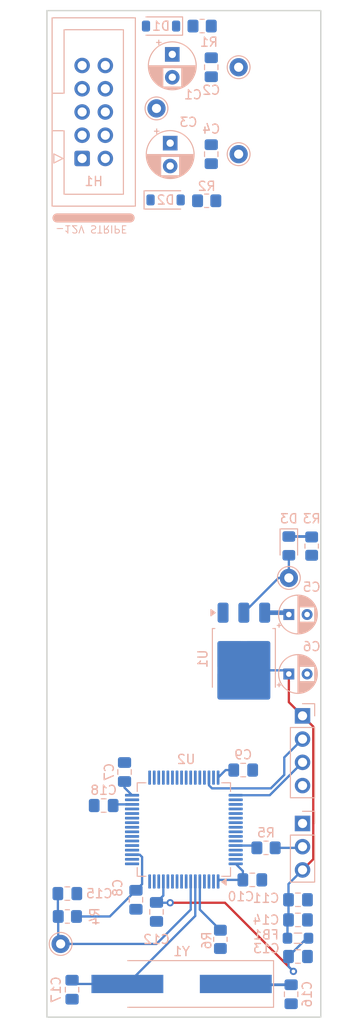
<source format=kicad_pcb>
(kicad_pcb (version 20240108) (generator "pcbnew") (generator_version "8.0")
  (layers (0 "F.Cu" signal) (31 "B.Cu" signal) (34 "B.Paste" user) (35 "F.Paste" user) (36 "B.SilkS" user "B.Silkscreen") (37 "F.SilkS" user "F.Silkscreen") (38 "B.Mask" user) (39 "F.Mask" user) (44 "Edge.Cuts" user))
  (net 0 "")
  (net 1 "+12V")
  (net 2 "GNDREF")
  (net 3 "-12V")
  (net 4 "+3.3V")
  (net 5 "+3.3VA")
  (net 6 "Net-(D3-K)")
  (net 7 "/stm32F411/NRST")
  (net 8 "Net-(C16-Pad1)")
  (net 9 "/stm32F411/HSC_OUT")
  (net 10 "/stm32F411/VCap")
  (net 11 "Net-(D1-A)")
  (net 12 "Net-(D1-K)")
  (net 13 "Net-(D2-A)")
  (net 14 "Net-(D2-K)")
  (net 15 "/stm32F411/BOOT0")
  (net 16 "/stm32F411/SWD_CLK")
  (net 17 "/stm32F411/SWD_IO")
  (net 18 "/stm32F411/BOOT0_MCU")
  (net 19 "/stm32F411/HSC_IN")
  (footprint "Capacitor_SMD:C_0805_2012Metric_Pad1.18x1.45mm_HandSolder" (layer "B.Cu") (at 127.5 177.875 180)
    (property "Reference" "C14" (at 3.5 0 0) (layer "B.SilkS") (effects (justify mirror)))
    (property "Value" "1uF")
    (pad "1" smd roundrect (at -1.0375 0 180) (size 1.175 1.45) (layers "B.Cu" "B.Paste" "B.Mask") (roundrect_rratio 0.212766) (net 2 "GNDREF"))
    (pad "2" smd roundrect (at 1.0375 0 180) (size 1.175 1.45) (layers "B.Cu" "B.Paste" "B.Mask") (roundrect_rratio 0.212766) (net 4 "+3.3V"))
  )
  (footprint "Capacitor_SMD:C_0805_2012Metric_Pad1.18x1.45mm_HandSolder" (layer "B.Cu") (at 126.75 186 -90)
    (property "Reference" "C16" (at 0 -1.75 90) (layer "B.SilkS") (effects (justify mirror)))
    (property "Value" "10pF")
    (pad "1" smd roundrect (at -1.0375 0 270) (size 1.175 1.45) (layers "B.Cu" "B.Paste" "B.Mask") (roundrect_rratio 0.212766) (net 8 "Net-(C16-Pad1)"))
    (pad "2" smd roundrect (at 1.0375 0 270) (size 1.175 1.45) (layers "B.Cu" "B.Paste" "B.Mask") (roundrect_rratio 0.212766) (net 2 "GNDREF"))
  )
  (footprint "Synth:IDC-Header_2x05_P2.54mm_Vertical" (layer "B.Cu") (at 103.855 94.66)
    (property "Reference" "H1" (at 1.27 2.5 360) (layer "B.SilkS") (effects (justify mirror)))
    (property "Value" "Conn_02x05_PWR_Eurorack")
    (fp_text user "-12V STRIPE" (at -3 7.25 180) (layer "B.SilkS") (effects (font (size 0.8 0.8) (thickness 0.1)) (justify left bottom mirror)))
    (pad "1" thru_hole roundrect (at 0 0) (size 1.7 1.7) (drill 1) (layers "*.Cu" "*.Mask") (roundrect_rratio 0.147059) (net 14 "Net-(D2-K)"))
    (pad "2" thru_hole circle (at 2.54 0) (size 1.7 1.7) (drill 1) (layers "*.Cu" "*.Mask") (net 14 "Net-(D2-K)"))
    (pad "3" thru_hole circle (at 0 -2.54) (size 1.7 1.7) (drill 1) (layers "*.Cu" "*.Mask") (net 2 "GNDREF"))
    (pad "4" thru_hole circle (at 2.54 -2.54) (size 1.7 1.7) (drill 1) (layers "*.Cu" "*.Mask") (net 2 "GNDREF"))
    (pad "5" thru_hole circle (at 0 -5.08) (size 1.7 1.7) (drill 1) (layers "*.Cu" "*.Mask") (net 2 "GNDREF"))
    (pad "6" thru_hole circle (at 2.54 -5.08) (size 1.7 1.7) (drill 1) (layers "*.Cu" "*.Mask") (net 2 "GNDREF"))
    (pad "7" thru_hole circle (at 0 -7.62) (size 1.7 1.7) (drill 1) (layers "*.Cu" "*.Mask") (net 2 "GNDREF"))
    (pad "8" thru_hole circle (at 2.54 -7.62) (size 1.7 1.7) (drill 1) (layers "*.Cu" "*.Mask") (net 2 "GNDREF"))
    (pad "9" thru_hole circle (at 0 -10.16) (size 1.7 1.7) (drill 1) (layers "*.Cu" "*.Mask") (net 11 "Net-(D1-A)"))
    (pad "10" thru_hole circle (at 2.54 -10.16) (size 1.7 1.7) (drill 1) (layers "*.Cu" "*.Mask") (net 11 "Net-(D1-A)"))
  )
  (footprint "Connector_Pin:Pin_D1.0mm_L10.0mm" (layer "B.Cu") (at 126.5 140.5)
    (property "Reference" "TP1" (hide yes))
    (property "Value" "+3.3V")
    (pad "1" thru_hole circle (at 0 0) (size 2 2) (drill 1) (layers "*.Cu" "*.Mask") (net 4 "+3.3V"))
  )
  (footprint "Capacitor_SMD:C_0805_2012Metric_Pad1.18x1.45mm_HandSolder" (layer "B.Cu") (at 122.5 173.5 180)
    (property "Reference" "C10" (at 1.25 -1.825 0) (layer "B.SilkS") (effects (justify mirror)))
    (property "Value" "100nF")
    (pad "1" smd roundrect (at -1.0375 0 180) (size 1.175 1.45) (layers "B.Cu" "B.Paste" "B.Mask") (roundrect_rratio 0.212766) (net 2 "GNDREF"))
    (pad "2" smd roundrect (at 1.0375 0 180) (size 1.175 1.45) (layers "B.Cu" "B.Paste" "B.Mask") (roundrect_rratio 0.212766) (net 4 "+3.3V"))
  )
  (footprint "Capacitor_SMD:C_0805_2012Metric_Pad1.18x1.45mm_HandSolder" (layer "B.Cu") (at 106.2125 165.375 180)
    (property "Reference" "C18" (at 0 1.68 0) (layer "B.SilkS") (effects (justify mirror)))
    (property "Value" "2.2uF")
    (pad "1" smd roundrect (at -1.0375 0 180) (size 1.175 1.45) (layers "B.Cu" "B.Paste" "B.Mask") (roundrect_rratio 0.212766) (net 10 "/stm32F411/VCap"))
    (pad "2" smd roundrect (at 1.0375 0 180) (size 1.175 1.45) (layers "B.Cu" "B.Paste" "B.Mask") (roundrect_rratio 0.212766) (net 2 "GNDREF"))
  )
  (footprint "Capacitor_SMD:C_0805_2012Metric_Pad1.18x1.45mm_HandSolder" (layer "B.Cu") (at 127.5 181.875 180)
    (property "Reference" "C13" (at 3.4625 0.875 0) (layer "B.SilkS") (effects (justify mirror)))
    (property "Value" "1uF")
    (pad "1" smd roundrect (at -1.0375 0 180) (size 1.175 1.45) (layers "B.Cu" "B.Paste" "B.Mask") (roundrect_rratio 0.212766) (net 2 "GNDREF"))
    (pad "2" smd roundrect (at 1.0375 0 180) (size 1.175 1.45) (layers "B.Cu" "B.Paste" "B.Mask") (roundrect_rratio 0.212766) (net 5 "+3.3VA"))
  )
  (footprint "LED_SMD:LED_0805_2012Metric_Pad1.15x1.40mm_HandSolder" (layer "B.Cu") (at 126.5 137 -90)
    (property "Reference" "D3" (at -2.975 0 360) (layer "B.SilkS") (effects (justify mirror)))
    (property "Value" "LED")
    (pad "1" smd roundrect (at -1.025 0 270) (size 1.15 1.4) (layers "B.Cu" "B.Paste" "B.Mask") (roundrect_rratio 0.217391) (net 6 "Net-(D3-K)"))
    (pad "2" smd roundrect (at 1.025 0 270) (size 1.15 1.4) (layers "B.Cu" "B.Paste" "B.Mask") (roundrect_rratio 0.217391) (net 4 "+3.3V"))
  )
  (footprint "Resistor_SMD:R_0805_2012Metric_Pad1.20x1.40mm_HandSolder" (layer "B.Cu") (at 129 137.025 90)
    (property "Reference" "R3" (at 3 0 360) (layer "B.SilkS") (effects (justify mirror)))
    (property "Value" "2K")
    (pad "1" smd roundrect (at -1 0 90) (size 1.2 1.4) (layers "B.Cu" "B.Paste" "B.Mask") (roundrect_rratio 0.208333) (net 2 "GNDREF"))
    (pad "2" smd roundrect (at 1 0 90) (size 1.2 1.4) (layers "B.Cu" "B.Paste" "B.Mask") (roundrect_rratio 0.208333) (net 6 "Net-(D3-K)"))
  )
  (footprint "Capacitor_THT:CP_Radial_D4.0mm_P2.00mm" (layer "B.Cu") (at 126.5 144.5)
    (property "Reference" "C5" (at 2.5 -3 360) (layer "B.SilkS") (effects (justify mirror)))
    (property "Value" "10uF")
    (pad "1" thru_hole rect (at 0 0) (size 1.2 1.2) (drill 0.6) (layers "*.Cu" "*.Mask") (net 1 "+12V"))
    (pad "2" thru_hole circle (at 2 0) (size 1.2 1.2) (drill 0.6) (layers "*.Cu" "*.Mask") (net 2 "GNDREF"))
  )
  (footprint "Capacitor_SMD:C_0805_2012Metric_Pad1.18x1.45mm_HandSolder" (layer "B.Cu") (at 118 94.19 -90)
    (property "Reference" "C4" (at -2.75 0 360) (layer "B.SilkS") (effects (justify mirror)))
    (property "Value" "0.1uF")
    (pad "1" smd roundrect (at -1.0375 0 270) (size 1.175 1.45) (layers "B.Cu" "B.Paste" "B.Mask") (roundrect_rratio 0.212766) (net 2 "GNDREF"))
    (pad "2" smd roundrect (at 1.0375 0 270) (size 1.175 1.45) (layers "B.Cu" "B.Paste" "B.Mask") (roundrect_rratio 0.212766) (net 3 "-12V"))
  )
  (footprint "Crystal:Crystal_SMD_HC49-SD_HandSoldering" (layer "B.Cu") (at 114.75 184.875 180)
    (property "Reference" "Y1" (at 0 3.55 0) (layer "B.SilkS") (effects (justify mirror)))
    (property "Value" "20MHZ")
    (pad "1" smd rect (at -5.9375 0 180) (size 7.875 2) (layers "B.Cu" "B.Paste" "B.Mask") (net 8 "Net-(C16-Pad1)"))
    (pad "2" smd rect (at 5.9375 0 180) (size 7.875 2) (layers "B.Cu" "B.Paste" "B.Mask") (net 9 "/stm32F411/HSC_OUT"))
  )
  (footprint "Resistor_SMD:R_0805_2012Metric_Pad1.20x1.40mm_HandSolder" (layer "B.Cu") (at 117 80.19)
    (property "Reference" "R1" (at 0.75 1.75 360) (layer "B.SilkS") (effects (justify mirror)))
    (property "Value" "10R")
    (pad "1" smd roundrect (at -1 0) (size 1.2 1.4) (layers "B.Cu" "B.Paste" "B.Mask") (roundrect_rratio 0.208333) (net 12 "Net-(D1-K)"))
    (pad "2" smd roundrect (at 1 0) (size 1.2 1.4) (layers "B.Cu" "B.Paste" "B.Mask") (roundrect_rratio 0.208333) (net 1 "+12V"))
  )
  (footprint "Package_QFP:LQFP-64_10x10mm_P0.5mm" (layer "B.Cu") (at 115 168 90)
    (property "Reference" "U2" (at 7.675 0.25 180) (layer "B.SilkS") (effects (justify mirror)))
    (property "Value" "STM32F411RETx")
    (pad "1" smd roundrect (at -5.675 3.75 90) (size 1.55 0.3) (layers "B.Cu" "B.Paste" "B.Mask") (net 4 "+3.3V"))
    (pad "2" smd roundrect (at -5.675 3.25 90) (size 1.55 0.3) (layers "B.Cu" "B.Paste" "B.Mask"))
    (pad "3" smd roundrect (at -5.675 2.75 90) (size 1.55 0.3) (layers "B.Cu" "B.Paste" "B.Mask"))
    (pad "4" smd roundrect (at -5.675 2.25 90) (size 1.55 0.3) (layers "B.Cu" "B.Paste" "B.Mask"))
    (pad "5" smd roundrect (at -5.675 1.75 90) (size 1.55 0.3) (layers "B.Cu" "B.Paste" "B.Mask") (net 19 "/stm32F411/HSC_IN"))
    (pad "6" smd roundrect (at -5.675 1.25 90) (size 1.55 0.3) (layers "B.Cu" "B.Paste" "B.Mask") (net 9 "/stm32F411/HSC_OUT"))
    (pad "7" smd roundrect (at -5.675 0.75 90) (size 1.55 0.3) (layers "B.Cu" "B.Paste" "B.Mask") (net 7 "/stm32F411/NRST"))
    (pad "8" smd roundrect (at -5.675 0.25 90) (size 1.55 0.3) (layers "B.Cu" "B.Paste" "B.Mask"))
    (pad "9" smd roundrect (at -5.675 -0.25 90) (size 1.55 0.3) (layers "B.Cu" "B.Paste" "B.Mask"))
    (pad "10" smd roundrect (at -5.675 -0.75 90) (size 1.55 0.3) (layers "B.Cu" "B.Paste" "B.Mask"))
    (pad "11" smd roundrect (at -5.675 -1.25 90) (size 1.55 0.3) (layers "B.Cu" "B.Paste" "B.Mask"))
    (pad "12" smd roundrect (at -5.675 -1.75 90) (size 1.55 0.3) (layers "B.Cu" "B.Paste" "B.Mask") (net 2 "GNDREF"))
    (pad "13" smd roundrect (at -5.675 -2.25 90) (size 1.55 0.3) (layers "B.Cu" "B.Paste" "B.Mask") (net 5 "+3.3VA"))
    (pad "14" smd roundrect (at -5.675 -2.75 90) (size 1.55 0.3) (layers "B.Cu" "B.Paste" "B.Mask"))
    (pad "15" smd roundrect (at -5.675 -3.25 90) (size 1.55 0.3) (layers "B.Cu" "B.Paste" "B.Mask"))
    (pad "16" smd roundrect (at -5.675 -3.75 90) (size 1.55 0.3) (layers "B.Cu" "B.Paste" "B.Mask"))
    (pad "17" smd roundrect (at -3.75 -5.675 90) (size 0.3 1.55) (layers "B.Cu" "B.Paste" "B.Mask"))
    (pad "18" smd roundrect (at -3.25 -5.675 90) (size 0.3 1.55) (layers "B.Cu" "B.Paste" "B.Mask") (net 2 "GNDREF"))
    (pad "19" smd roundrect (at -2.75 -5.675 90) (size 0.3 1.55) (layers "B.Cu" "B.Paste" "B.Mask") (net 4 "+3.3V"))
    (pad "20" smd roundrect (at -2.25 -5.675 90) (size 0.3 1.55) (layers "B.Cu" "B.Paste" "B.Mask"))
    (pad "21" smd roundrect (at -1.75 -5.675 90) (size 0.3 1.55) (layers "B.Cu" "B.Paste" "B.Mask"))
    (pad "22" smd roundrect (at -1.25 -5.675 90) (size 0.3 1.55) (layers "B.Cu" "B.Paste" "B.Mask"))
    (pad "23" smd roundrect (at -0.75 -5.675 90) (size 0.3 1.55) (layers "B.Cu" "B.Paste" "B.Mask"))
    (pad "24" smd roundrect (at -0.25 -5.675 90) (size 0.3 1.55) (layers "B.Cu" "B.Paste" "B.Mask"))
    (pad "25" smd roundrect (at 0.25 -5.675 90) (size 0.3 1.55) (layers "B.Cu" "B.Paste" "B.Mask"))
    (pad "26" smd roundrect (at 0.75 -5.675 90) (size 0.3 1.55) (layers "B.Cu" "B.Paste" "B.Mask"))
    (pad "27" smd roundrect (at 1.25 -5.675 90) (size 0.3 1.55) (layers "B.Cu" "B.Paste" "B.Mask"))
    (pad "28" smd roundrect (at 1.75 -5.675 90) (size 0.3 1.55) (layers "B.Cu" "B.Paste" "B.Mask"))
    (pad "29" smd roundrect (at 2.25 -5.675 90) (size 0.3 1.55) (layers "B.Cu" "B.Paste" "B.Mask"))
    (pad "30" smd roundrect (at 2.75 -5.675 90) (size 0.3 1.55) (layers "B.Cu" "B.Paste" "B.Mask") (net 10 "/stm32F411/VCap"))
    (pad "31" smd roundrect (at 3.25 -5.675 90) (size 0.3 1.55) (layers "B.Cu" "B.Paste" "B.Mask") (net 2 "GNDREF"))
    (pad "32" smd roundrect (at 3.75 -5.675 90) (size 0.3 1.55) (layers "B.Cu" "B.Paste" "B.Mask") (net 4 "+3.3V"))
    (pad "33" smd roundrect (at 5.675 -3.75 90) (size 1.55 0.3) (layers "B.Cu" "B.Paste" "B.Mask"))
    (pad "34" smd roundrect (at 5.675 -3.25 90) (size 1.55 0.3) (layers "B.Cu" "B.Paste" "B.Mask"))
    (pad "35" smd roundrect (at 5.675 -2.75 90) (size 1.55 0.3) (layers "B.Cu" "B.Paste" "B.Mask"))
    (pad "36" smd roundrect (at 5.675 -2.25 90) (size 1.55 0.3) (layers "B.Cu" "B.Paste" "B.Mask"))
    (pad "37" smd roundrect (at 5.675 -1.75 90) (size 1.55 0.3) (layers "B.Cu" "B.Paste" "B.Mask"))
    (pad "38" smd roundrect (at 5.675 -1.25 90) (size 1.55 0.3) (layers "B.Cu" "B.Paste" "B.Mask"))
    (pad "39" smd roundrect (at 5.675 -0.75 90) (size 1.55 0.3) (layers "B.Cu" "B.Paste" "B.Mask"))
    (pad "40" smd roundrect (at 5.675 -0.25 90) (size 1.55 0.3) (layers "B.Cu" "B.Paste" "B.Mask"))
    (pad "41" smd roundrect (at 5.675 0.25 90) (size 1.55 0.3) (layers "B.Cu" "B.Paste" "B.Mask"))
    (pad "42" smd roundrect (at 5.675 0.75 90) (size 1.55 0.3) (layers "B.Cu" "B.Paste" "B.Mask"))
    (pad "43" smd roundrect (at 5.675 1.25 90) (size 1.55 0.3) (layers "B.Cu" "B.Paste" "B.Mask"))
    (pad "44" smd roundrect (at 5.675 1.75 90) (size 1.55 0.3) (layers "B.Cu" "B.Paste" "B.Mask"))
    (pad "45" smd roundrect (at 5.675 2.25 90) (size 1.55 0.3) (layers "B.Cu" "B.Paste" "B.Mask"))
    (pad "46" smd roundrect (at 5.675 2.75 90) (size 1.55 0.3) (layers "B.Cu" "B.Paste" "B.Mask") (net 17 "/stm32F411/SWD_IO"))
    (pad "47" smd roundrect (at 5.675 3.25 90) (size 1.55 0.3) (layers "B.Cu" "B.Paste" "B.Mask") (net 2 "GNDREF"))
    (pad "48" smd roundrect (at 5.675 3.75 90) (size 1.55 0.3) (layers "B.Cu" "B.Paste" "B.Mask") (net 4 "+3.3V"))
    (pad "49" smd roundrect (at 3.75 5.675 90) (size 0.3 1.55) (layers "B.Cu" "B.Paste" "B.Mask") (net 16 "/stm32F411/SWD_CLK"))
    (pad "50" smd roundrect (at 3.25 5.675 90) (size 0.3 1.55) (layers "B.Cu" "B.Paste" "B.Mask"))
    (pad "51" smd roundrect (at 2.75 5.675 90) (size 0.3 1.55) (layers "B.Cu" "B.Paste" "B.Mask"))
    (pad "52" smd roundrect (at 2.25 5.675 90) (size 0.3 1.55) (layers "B.Cu" "B.Paste" "B.Mask"))
    (pad "53" smd roundrect (at 1.75 5.675 90) (size 0.3 1.55) (layers "B.Cu" "B.Paste" "B.Mask"))
    (pad "54" smd roundrect (at 1.25 5.675 90) (size 0.3 1.55) (layers "B.Cu" "B.Paste" "B.Mask"))
    (pad "55" smd roundrect (at 0.75 5.675 90) (size 0.3 1.55) (layers "B.Cu" "B.Paste" "B.Mask"))
    (pad "56" smd roundrect (at 0.25 5.675 90) (size 0.3 1.55) (layers "B.Cu" "B.Paste" "B.Mask"))
    (pad "57" smd roundrect (at -0.25 5.675 90) (size 0.3 1.55) (layers "B.Cu" "B.Paste" "B.Mask"))
    (pad "58" smd roundrect (at -0.75 5.675 90) (size 0.3 1.55) (layers "B.Cu" "B.Paste" "B.Mask"))
    (pad "59" smd roundrect (at -1.25 5.675 90) (size 0.3 1.55) (layers "B.Cu" "B.Paste" "B.Mask"))
    (pad "60" smd roundrect (at -1.75 5.675 90) (size 0.3 1.55) (layers "B.Cu" "B.Paste" "B.Mask") (net 18 "/stm32F411/BOOT0_MCU"))
    (pad "61" smd roundrect (at -2.25 5.675 90) (size 0.3 1.55) (layers "B.Cu" "B.Paste" "B.Mask"))
    (pad "62" smd roundrect (at -2.75 5.675 90) (size 0.3 1.55) (layers "B.Cu" "B.Paste" "B.Mask"))
    (pad "63" smd roundrect (at -3.25 5.675 90) (size 0.3 1.55) (layers "B.Cu" "B.Paste" "B.Mask") (net 2 "GNDREF"))
    (pad "64" smd roundrect (at -3.75 5.675 90) (size 0.3 1.55) (layers "B.Cu" "B.Paste" "B.Mask") (net 4 "+3.3V"))
  )
  (footprint "Connector_Pin:Pin_D1.0mm_L10.0mm" (layer "B.Cu") (at 101.5 180.5 90)
    (property "Reference" "TP5" (hide yes))
    (property "Value" "NSRT")
    (pad "1" thru_hole circle (at 0 0 90) (size 2 2) (drill 1) (layers "*.Cu" "*.Mask") (net 7 "/stm32F411/NRST"))
  )
  (footprint "Connector_Pin:Pin_D1.0mm_L10.0mm" (layer "B.Cu") (at 121 94.19)
    (property "Reference" "TP4" (hide yes))
    (property "Value" "-12V")
    (pad "1" thru_hole circle (at 0 0) (size 2 2) (drill 1) (layers "*.Cu" "*.Mask") (net 3 "-12V"))
  )
  (footprint "Capacitor_SMD:C_0805_2012Metric_Pad1.18x1.45mm_HandSolder" (layer "B.Cu") (at 102.75 185.5 -90)
    (property "Reference" "C17" (at 0 1.75 90) (layer "B.SilkS") (effects (justify mirror)))
    (property "Value" "10pF")
    (pad "1" smd roundrect (at -1.0375 0 270) (size 1.175 1.45) (layers "B.Cu" "B.Paste" "B.Mask") (roundrect_rratio 0.212766) (net 9 "/stm32F411/HSC_OUT"))
    (pad "2" smd roundrect (at 1.0375 0 270) (size 1.175 1.45) (layers "B.Cu" "B.Paste" "B.Mask") (roundrect_rratio 0.212766) (net 2 "GNDREF"))
  )
  (footprint "Package_TO_SOT_SMD:TO-252-3_TabPin2" (layer "B.Cu") (at 121.5725 149.34 -90)
    (property "Reference" "U1" (at 0 4.5 90) (layer "B.SilkS") (effects (justify mirror)))
    (property "Value" "LM1117DT-3.3")
    (pad "1" smd roundrect (at -5.04 2.28 270) (size 2.2 1.2) (layers "B.Cu" "B.Paste" "B.Mask") (roundrect_rratio 0.208333) (net 2 "GNDREF"))
    (pad "2" smd roundrect (at -5.04 0 270) (size 2.2 1.2) (layers "B.Cu" "B.Paste" "B.Mask") (roundrect_rratio 0.208333) (net 4 "+3.3V"))
    (pad "2" smd roundrect (at -0.415 -1.525 270) (size 3.05 2.75) (layers "B.Cu" "B.Paste") (roundrect_rratio 0.090909) (net 4 "+3.3V"))
    (pad "2" smd roundrect (at -0.415 1.525 270) (size 3.05 2.75) (layers "B.Cu" "B.Paste") (roundrect_rratio 0.090909) (net 4 "+3.3V"))
    (pad "2" smd roundrect (at 1.26 0 270) (size 6.4 5.8) (layers "B.Cu" "B.Mask") (roundrect_rratio 0.043103) (net 4 "+3.3V"))
    (pad "2" smd roundrect (at 2.935 -1.525 270) (size 3.05 2.75) (layers "B.Cu" "B.Paste") (roundrect_rratio 0.090909) (net 4 "+3.3V"))
    (pad "2" smd roundrect (at 2.935 1.525 270) (size 3.05 2.75) (layers "B.Cu" "B.Paste") (roundrect_rratio 0.090909) (net 4 "+3.3V"))
    (pad "3" smd roundrect (at -5.04 -2.28 270) (size 2.2 1.2) (layers "B.Cu" "B.Paste" "B.Mask") (roundrect_rratio 0.208333) (net 1 "+12V"))
  )
  (footprint "Capacitor_THT:CP_Radial_D5.0mm_P2.50mm" (layer "B.Cu") (at 113.5 92.984887 -90)
    (property "Reference" "C3" (at -2.294887 -2 360) (layer "B.SilkS") (effects (justify mirror)))
    (property "Value" "47uF")
    (pad "1" thru_hole rect (at 0 0 270) (size 1.6 1.6) (drill 0.8) (layers "*.Cu" "*.Mask") (net 2 "GNDREF"))
    (pad "2" thru_hole circle (at 2.5 0 270) (size 1.6 1.6) (drill 0.8) (layers "*.Cu" "*.Mask") (net 3 "-12V"))
  )
  (footprint "Capacitor_THT:CP_Radial_D5.0mm_P2.50mm" (layer "B.Cu") (at 113.73 83.285 -90)
    (property "Reference" "C1" (at 4.405 -2.27 360) (layer "B.SilkS") (effects (justify mirror)))
    (property "Value" "47uF")
    (pad "1" thru_hole rect (at 0 0 270) (size 1.6 1.6) (drill 0.8) (layers "*.Cu" "*.Mask") (net 1 "+12V"))
    (pad "2" thru_hole circle (at 2.5 0 270) (size 1.6 1.6) (drill 0.8) (layers "*.Cu" "*.Mask") (net 2 "GNDREF"))
  )
  (footprint "Capacitor_SMD:C_0805_2012Metric_Pad1.18x1.45mm_HandSolder" (layer "B.Cu") (at 118 84.69 -90)
    (property "Reference" "C2" (at 2.5 0 360) (layer "B.SilkS") (effects (justify mirror)))
    (property "Value" "0.1uF")
    (pad "1" smd roundrect (at -1.0375 0 270) (size 1.175 1.45) (layers "B.Cu" "B.Paste" "B.Mask") (roundrect_rratio 0.212766) (net 1 "+12V"))
    (pad "2" smd roundrect (at 1.0375 0 270) (size 1.175 1.45) (layers "B.Cu" "B.Paste" "B.Mask") (roundrect_rratio 0.212766) (net 2 "GNDREF"))
  )
  (footprint "Diode_SMD:D_SOD-123" (layer "B.Cu") (at 112.5 80.19 180)
    (property "Reference" "D1" (at 0 0 360) (layer "B.SilkS") (effects (justify mirror)))
    (property "Value" "1N5819")
    (pad "1" smd roundrect (at -1.65 0 180) (size 0.9 1.2) (layers "B.Cu" "B.Paste" "B.Mask") (net 12 "Net-(D1-K)"))
    (pad "2" smd roundrect (at 1.65 0 180) (size 0.9 1.2) (layers "B.Cu" "B.Paste" "B.Mask") (net 11 "Net-(D1-A)"))
  )
  (footprint "Resistor_SMD:R_0805_2012Metric_Pad1.20x1.40mm_HandSolder" (layer "B.Cu") (at 117.5 99.285)
    (property "Reference" "R2" (at 0 -1.595 360) (layer "B.SilkS") (effects (justify mirror)))
    (property "Value" "10R")
    (pad "1" smd roundrect (at -1 0) (size 1.2 1.4) (layers "B.Cu" "B.Paste" "B.Mask") (roundrect_rratio 0.208333) (net 13 "Net-(D2-A)"))
    (pad "2" smd roundrect (at 1 0) (size 1.2 1.4) (layers "B.Cu" "B.Paste" "B.Mask") (roundrect_rratio 0.208333) (net 3 "-12V"))
  )
  (footprint "Diode_SMD:D_SOD-123" (layer "B.Cu") (at 113 99.19)
    (property "Reference" "D2" (at 0 0 360) (layer "B.SilkS") (effects (justify mirror)))
    (property "Value" "1N5819")
    (pad "1" smd roundrect (at -1.65 0) (size 0.9 1.2) (layers "B.Cu" "B.Paste" "B.Mask") (net 14 "Net-(D2-K)"))
    (pad "2" smd roundrect (at 1.65 0) (size 0.9 1.2) (layers "B.Cu" "B.Paste" "B.Mask") (net 13 "Net-(D2-A)"))
  )
  (footprint "Capacitor_THT:CP_Radial_D4.0mm_P2.00mm" (layer "B.Cu") (at 126.5 151)
    (property "Reference" "C6" (at 2.5 -3 360) (layer "B.SilkS") (effects (justify mirror)))
    (property "Value" "10uF")
    (pad "1" thru_hole rect (at 0 0) (size 1.2 1.2) (drill 0.6) (layers "*.Cu" "*.Mask") (net 4 "+3.3V"))
    (pad "2" thru_hole circle (at 2 0) (size 1.2 1.2) (drill 0.6) (layers "*.Cu" "*.Mask") (net 2 "GNDREF"))
  )
  (footprint "Capacitor_SMD:C_0805_2012Metric_Pad1.18x1.45mm_HandSolder" (layer "B.Cu") (at 127.5 175.675 180)
    (property "Reference" "C11" (at 3.5 0.175 180) (layer "B.SilkS") (effects (justify mirror)))
    (property "Value" "10uF")
    (pad "1" smd roundrect (at -1.0375 0 180) (size 1.175 1.45) (layers "B.Cu" "B.Paste" "B.Mask") (roundrect_rratio 0.212766) (net 2 "GNDREF"))
    (pad "2" smd roundrect (at 1.0375 0 180) (size 1.175 1.45) (layers "B.Cu" "B.Paste" "B.Mask") (roundrect_rratio 0.212766) (net 4 "+3.3V"))
  )
  (footprint "Inductor_SMD:L_0805_2012Metric_Pad1.05x1.20mm_HandSolder" (layer "B.Cu") (at 127.5 179.875 180)
    (property "Reference" "FB1" (at 3.5 0.375 0) (layer "B.SilkS") (effects (justify mirror)))
    (property "Value" "120R")
    (pad "1" smd roundrect (at -1.15 0 180) (size 1.05 1.2) (layers "B.Cu" "B.Paste" "B.Mask") (roundrect_rratio 0.238095) (net 5 "+3.3VA"))
    (pad "2" smd roundrect (at 1.15 0 180) (size 1.05 1.2) (layers "B.Cu" "B.Paste" "B.Mask") (roundrect_rratio 0.238095) (net 4 "+3.3V"))
  )
  (footprint "Capacitor_SMD:C_0805_2012Metric_Pad1.18x1.45mm_HandSolder" (layer "B.Cu") (at 112 177 90)
    (property "Reference" "C12" (at -3 0 180) (layer "B.SilkS") (effects (justify mirror)))
    (property "Value" "100nF")
    (pad "1" smd roundrect (at -1.0375 0 90) (size 1.175 1.45) (layers "B.Cu" "B.Paste" "B.Mask") (roundrect_rratio 0.212766) (net 2 "GNDREF"))
    (pad "2" smd roundrect (at 1.0375 0 90) (size 1.175 1.45) (layers "B.Cu" "B.Paste" "B.Mask") (roundrect_rratio 0.212766) (net 5 "+3.3VA"))
  )
  (footprint "Resistor_SMD:R_0805_2012Metric_Pad1.20x1.40mm_HandSolder" (layer "B.Cu") (at 102.235 177.5)
    (property "Reference" "R4" (at 3 0 90) (layer "B.SilkS") (effects (justify mirror)))
    (property "Value" "10K")
    (pad "1" smd roundrect (at -1 0) (size 1.2 1.4) (layers "B.Cu" "B.Paste" "B.Mask") (roundrect_rratio 0.208333) (net 7 "/stm32F411/NRST"))
    (pad "2" smd roundrect (at 1 0) (size 1.2 1.4) (layers "B.Cu" "B.Paste" "B.Mask") (roundrect_rratio 0.208333) (net 4 "+3.3V"))
  )
  (footprint "Connector_PinHeader_2.54mm:PinHeader_1x04_P2.54mm_Vertical" (layer "B.Cu") (at 128 155.575 180)
    (property "Reference" "J2" (hide yes))
    (property "Value" "Conn_01x04")
    (pad "1" thru_hole rect (at 0 0 180) (size 1.7 1.7) (drill 1) (layers "*.Cu" "*.Mask") (net 4 "+3.3V"))
    (pad "2" thru_hole oval (at 0 -2.54 180) (size 1.7 1.7) (drill 1) (layers "*.Cu" "*.Mask") (net 17 "/stm32F411/SWD_IO"))
    (pad "3" thru_hole oval (at 0 -5.08 180) (size 1.7 1.7) (drill 1) (layers "*.Cu" "*.Mask") (net 16 "/stm32F411/SWD_CLK"))
    (pad "4" thru_hole oval (at 0 -7.62 180) (size 1.7 1.7) (drill 1) (layers "*.Cu" "*.Mask") (net 2 "GNDREF"))
  )
  (footprint "Capacitor_SMD:C_0805_2012Metric_Pad1.18x1.45mm_HandSolder" (layer "B.Cu") (at 108.5 161.7125 -90)
    (property "Reference" "C7" (at 0 1.68 90) (layer "B.SilkS") (effects (justify mirror)))
    (property "Value" "100nF")
    (pad "1" smd roundrect (at -1.0375 0 270) (size 1.175 1.45) (layers "B.Cu" "B.Paste" "B.Mask") (roundrect_rratio 0.212766) (net 2 "GNDREF"))
    (pad "2" smd roundrect (at 1.0375 0 270) (size 1.175 1.45) (layers "B.Cu" "B.Paste" "B.Mask") (roundrect_rratio 0.212766) (net 4 "+3.3V"))
  )
  (footprint "Capacitor_SMD:C_0805_2012Metric_Pad1.18x1.45mm_HandSolder" (layer "B.Cu") (at 109.75 175.675 90)
    (property "Reference" "C8" (at 1.3 -2 90) (layer "B.SilkS") (effects (justify mirror)))
    (property "Value" "100nF")
    (pad "1" smd roundrect (at -1.0375 0 90) (size 1.175 1.45) (layers "B.Cu" "B.Paste" "B.Mask") (roundrect_rratio 0.212766) (net 2 "GNDREF"))
    (pad "2" smd roundrect (at 1.0375 0 90) (size 1.175 1.45) (layers "B.Cu" "B.Paste" "B.Mask") (roundrect_rratio 0.212766) (net 4 "+3.3V"))
  )
  (footprint "Capacitor_SMD:C_0805_2012Metric_Pad1.18x1.45mm_HandSolder" (layer "B.Cu") (at 121.5 161.5 180)
    (property "Reference" "C9" (at 0 1.68 0) (layer "B.SilkS") (effects (justify mirror)))
    (property "Value" "100nF")
    (pad "1" smd roundrect (at -1.0375 0 180) (size 1.175 1.45) (layers "B.Cu" "B.Paste" "B.Mask") (roundrect_rratio 0.212766) (net 2 "GNDREF"))
    (pad "2" smd roundrect (at 1.0375 0 180) (size 1.175 1.45) (layers "B.Cu" "B.Paste" "B.Mask") (roundrect_rratio 0.212766) (net 4 "+3.3V"))
  )
  (footprint "Connector_Pin:Pin_D1.0mm_L10.0mm" (layer "B.Cu") (at 112 89.19)
    (property "Reference" "TP3" (hide yes))
    (property "Value" "GND")
    (pad "1" thru_hole circle (at 0 0) (size 2 2) (drill 1) (layers "*.Cu" "*.Mask") (net 2 "GNDREF"))
  )
  (footprint "Resistor_SMD:R_0805_2012Metric_Pad1.20x1.40mm_HandSolder" (layer "B.Cu") (at 124 170 180)
    (property "Reference" "R5" (at 0 1.65 0) (layer "B.SilkS") (effects (justify mirror)))
    (property "Value" "10K")
    (pad "1" smd roundrect (at -1 0 180) (size 1.2 1.4) (layers "B.Cu" "B.Paste" "B.Mask") (roundrect_rratio 0.208333) (net 15 "/stm32F411/BOOT0"))
    (pad "2" smd roundrect (at 1 0 180) (size 1.2 1.4) (layers "B.Cu" "B.Paste" "B.Mask") (roundrect_rratio 0.208333) (net 18 "/stm32F411/BOOT0_MCU"))
  )
  (footprint "Connector_PinHeader_2.54mm:PinHeader_1x03_P2.54mm_Vertical" (layer "B.Cu") (at 128 167.335 180)
    (property "Reference" "J1" (hide yes))
    (property "Value" "BOOT_RUN")
    (pad "1" thru_hole rect (at 0 0 180) (size 1.7 1.7) (drill 1) (layers "*.Cu" "*.Mask") (net 2 "GNDREF"))
    (pad "2" thru_hole oval (at 0 -2.54 180) (size 1.7 1.7) (drill 1) (layers "*.Cu" "*.Mask") (net 15 "/stm32F411/BOOT0"))
    (pad "3" thru_hole oval (at 0 -5.08 180) (size 1.7 1.7) (drill 1) (layers "*.Cu" "*.Mask") (net 4 "+3.3V"))
  )
  (footprint "Connector_Pin:Pin_D1.0mm_L10.0mm" (layer "B.Cu") (at 121 84.69)
    (property "Reference" "TP2" (hide yes))
    (property "Value" "+12V")
    (pad "1" thru_hole circle (at 0 0) (size 2 2) (drill 1) (layers "*.Cu" "*.Mask") (net 1 "+12V"))
  )
  (footprint "Resistor_SMD:R_0805_2012Metric_Pad1.20x1.40mm_HandSolder" (layer "B.Cu") (at 119 180 90)
    (property "Reference" "R6" (at -0.125 -1.5 90) (layer "B.SilkS") (effects (justify mirror)))
    (property "Value" "10R")
    (pad "1" smd roundrect (at -1 0 90) (size 1.2 1.4) (layers "B.Cu" "B.Paste" "B.Mask") (roundrect_rratio 0.208333) (net 8 "Net-(C16-Pad1)"))
    (pad "2" smd roundrect (at 1 0 90) (size 1.2 1.4) (layers "B.Cu" "B.Paste" "B.Mask") (roundrect_rratio 0.208333) (net 19 "/stm32F411/HSC_IN"))
  )
  (footprint "Capacitor_SMD:C_0805_2012Metric_Pad1.18x1.45mm_HandSolder" (layer "B.Cu") (at 102.235 175)
    (property "Reference" "C15" (at 3.5 0 0) (layer "B.SilkS") (effects (justify mirror)))
    (property "Value" "100nF")
    (pad "1" smd roundrect (at -1.0375 0) (size 1.175 1.45) (layers "B.Cu" "B.Paste" "B.Mask") (roundrect_rratio 0.212766) (net 7 "/stm32F411/NRST"))
    (pad "2" smd roundrect (at 1.0375 0) (size 1.175 1.45) (layers "B.Cu" "B.Paste" "B.Mask") (roundrect_rratio 0.212766) (net 2 "GNDREF"))
  )
  (gr_rect (start 100 78.5) (end 130 188.5) (stroke (width 0.15)) (fill none) (layer "Edge.Cuts"))
  (segment (start 123.8525 144.3) (end 126.3 144.3) (width 0.5) (layer "B.Cu") (net 1))
  (segment (start 126.3 144.3) (end 126.5 144.5) (width 0.5) (layer "B.Cu") (net 1))
  (segment (start 126.5 151) (end 126.5 154.075) (width 0.25) (layer "F.Cu") (net 4))
  (segment (start 128 155.575) (end 129.175 156.75) (width 0.25) (layer "F.Cu") (net 4))
  (segment (start 129.175 156.75) (end 129.175 171.24) (width 0.25) (layer "F.Cu") (net 4))
  (segment (start 129.175 171.24) (end 128 172.415) (width 0.25) (layer "F.Cu") (net 4))
  (segment (start 126.5 154.075) (end 128 155.575) (width 0.25) (layer "F.Cu") (net 4))
  (segment (start 110.425 171.007236) (end 110.167764 170.75) (width 0.25) (layer "B.Cu") (net 4))
  (segment (start 119.575 161.5) (end 118.75 162.325) (width 0.25) (layer "B.Cu") (net 4))
  (segment (start 125.3725 140.5) (end 126.5 140.5) (width 0.25) (layer "B.Cu") (net 4))
  (segment (start 120.4625 161.5) (end 119.575 161.5) (width 0.25) (layer "B.Cu") (net 4))
  (segment (start 108.5 163.425) (end 109.325 164.25) (width 0.25) (layer "B.Cu") (net 4))
  (segment (start 126.4625 175.675) (end 126.4625 173.9525) (width 0.25) (layer "B.Cu") (net 4))
  (segment (start 126.1 150.6) (end 126.5 151) (width 0.25) (layer "B.Cu") (net 4))
  (segment (start 109.75 174.6375) (end 110.425 173.9625) (width 0.25) (layer "B.Cu") (net 4))
  (segment (start 108.5 162.75) (end 108.5 163.425) (width 0.25) (layer "B.Cu") (net 4))
  (segment (start 121.5725 144.3) (end 125.3725 140.5) (width 0.25) (layer "B.Cu") (net 4))
  (segment (start 126.4625 173.9525) (end 128 172.415) (width 0.25) (layer "B.Cu") (net 4))
  (segment (start 121.4625 172.5375) (end 120.675 171.75) (width 0.25) (layer "B.Cu") (net 4))
  (segment (start 110.425 173.9625) (end 110.425 171.007236) (width 0.25) (layer "B.Cu") (net 4))
  (segment (start 126.35 177.9875) (end 126.4625 177.875) (width 0.25) (layer "B.Cu") (net 4))
  (segment (start 118.925 173.5) (end 121.4625 173.5) (width 0.25) (layer "B.Cu") (net 4))
  (segment (start 126.35 179.875) (end 126.35 177.9875) (width 0.25) (layer "B.Cu") (net 4))
  (segment (start 103.235 177.5) (end 106.8875 177.5) (width 0.25) (layer "B.Cu") (net 4))
  (segment (start 118.75 173.675) (end 118.925 173.5) (width 0.25) (layer "B.Cu") (net 4))
  (segment (start 121.4625 173.5) (end 121.4625 172.5375) (width 0.25) (layer "B.Cu") (net 4))
  (segment (start 126.4625 177.875) (end 126.4625 175.675) (width 0.25) (layer "B.Cu") (net 4))
  (segment (start 121.5725 150.6) (end 126.1 150.6) (width 0.25) (layer "B.Cu") (net 4))
  (segment (start 126.5 138.025) (end 126.5 140.5) (width 0.25) (layer "B.Cu") (net 4))
  (segment (start 110.167764 170.75) (end 109.325 170.75) (width 0.25) (layer "B.Cu") (net 4))
  (segment (start 106.8875 177.5) (end 109.75 174.6375) (width 0.25) (layer "B.Cu") (net 4))
  (segment (start 119.5 176) (end 113.5 176) (width 0.25) (layer "F.Cu") (net 5))
  (segment (start 127 183.5) (end 119.5 176) (width 0.25) (layer "F.Cu") (net 5))
  (via (at 127 183.5) (size 0.8) (drill 0.4) (layers "F.Cu" "B.Cu") (net 5))
  (via (at 113.5 176) (size 0.8) (drill 0.4) (layers "F.Cu" "B.Cu") (net 5))
  (segment (start 126.4625 182.9625) (end 127 183.5) (width 0.25) (layer "B.Cu") (net 5))
  (segment (start 112.75 175.2125) (end 112 175.9625) (width 0.25) (layer "B.Cu") (net 5))
  (segment (start 128.65 179.875) (end 128.4625 179.875) (width 0.25) (layer "B.Cu") (net 5))
  (segment (start 112.0375 176) (end 112 175.9625) (width 0.25) (layer "B.Cu") (net 5))
  (segment (start 113.5 176) (end 112.0375 176) (width 0.25) (layer "B.Cu") (net 5))
  (segment (start 126.4625 181.875) (end 126.4625 182.9625) (width 0.25) (layer "B.Cu") (net 5))
  (segment (start 112.75 173.675) (end 112.75 175.2125) (width 0.25) (layer "B.Cu") (net 5))
  (segment (start 128.4625 179.875) (end 126.4625 181.875) (width 0.25) (layer "B.Cu") (net 5))
  (segment (start 128.95 135.975) (end 129 136.025) (width 0.3) (layer "B.Cu") (net 6))
  (segment (start 126.5 135.975) (end 128.95 135.975) (width 0.3) (layer "B.Cu") (net 6))
  (segment (start 101.235 180.235) (end 101.5 180.5) (width 0.25) (layer "B.Cu") (net 7))
  (segment (start 112 180.5) (end 101.5 180.5) (width 0.25) (layer "B.Cu") (net 7))
  (segment (start 101.235 177.5) (end 101.235 180.235) (width 0.25) (layer "B.Cu") (net 7))
  (segment (start 101.1975 177.4625) (end 101.235 177.5) (width 0.25) (layer "B.Cu") (net 7))
  (segment (start 101.1975 175) (end 101.1975 177.4625) (width 0.25) (layer "B.Cu") (net 7))
  (segment (start 115.75 176.75) (end 112 180.5) (width 0.25) (layer "B.Cu") (net 7))
  (segment (start 115.75 173.675) (end 115.75 176.75) (width 0.25) (layer "B.Cu") (net 7))
  (segment (start 126.75 184.9625) (end 120.775 184.9625) (width 0.3) (layer "B.Cu") (net 8))
  (segment (start 120.775 184.9625) (end 120.6875 184.875) (width 0.3) (layer "B.Cu") (net 8))
  (segment (start 116.25 173.675) (end 116.25 177.4375) (width 0.25) (layer "B.Cu") (net 9))
  (segment (start 108.8125 184.875) (end 103.1625 184.875) (width 0.25) (layer "B.Cu") (net 9))
  (segment (start 103.1625 184.875) (end 102.75 184.4625) (width 0.25) (layer "B.Cu") (net 9))
  (segment (start 116.25 177.4375) (end 108.8125 184.875) (width 0.25) (layer "B.Cu") (net 9))
  (segment (start 107.25 165.375) (end 107.375 165.25) (width 0.25) (layer "B.Cu") (net 10))
  (segment (start 107.375 165.25) (end 109.325 165.25) (width 0.25) (layer "B.Cu") (net 10))
  (segment (start 125 170) (end 127.875 170) (width 0.25) (layer "B.Cu") (net 15))
  (segment (start 127.875 170) (end 128 169.875) (width 0.25) (layer "B.Cu") (net 15))
  (segment (start 124.405 164.25) (end 128 160.655) (width 0.25) (layer "B.Cu") (net 16))
  (segment (start 120.675 164.25) (end 124.405 164.25) (width 0.25) (layer "B.Cu") (net 16))
  (segment (start 118.082236 163.5) (end 124.518604 163.5) (width 0.25) (layer "B.Cu") (net 17))
  (segment (start 126 162.018604) (end 126 160.115) (width 0.25) (layer "B.Cu") (net 17))
  (segment (start 126 160.115) (end 128 158.115) (width 0.25) (layer "B.Cu") (net 17))
  (segment (start 117.75 163.167764) (end 118.082236 163.5) (width 0.25) (layer "B.Cu") (net 17))
  (segment (start 124.518604 163.5) (end 126 162.018604) (width 0.25) (layer "B.Cu") (net 17))
  (segment (start 117.75 162.325) (end 117.75 163.167764) (width 0.25) (layer "B.Cu") (net 17))
  (segment (start 123 170) (end 122.75 169.75) (width 0.25) (layer "B.Cu") (net 18))
  (segment (start 122.75 169.75) (end 120.675 169.75) (width 0.25) (layer "B.Cu") (net 18))
  (segment (start 119 179) (end 116.75 176.75) (width 0.25) (layer "B.Cu") (net 19))
  (segment (start 116.75 176.75) (end 116.75 173.675) (width 0.25) (layer "B.Cu") (net 19))
)
</source>
